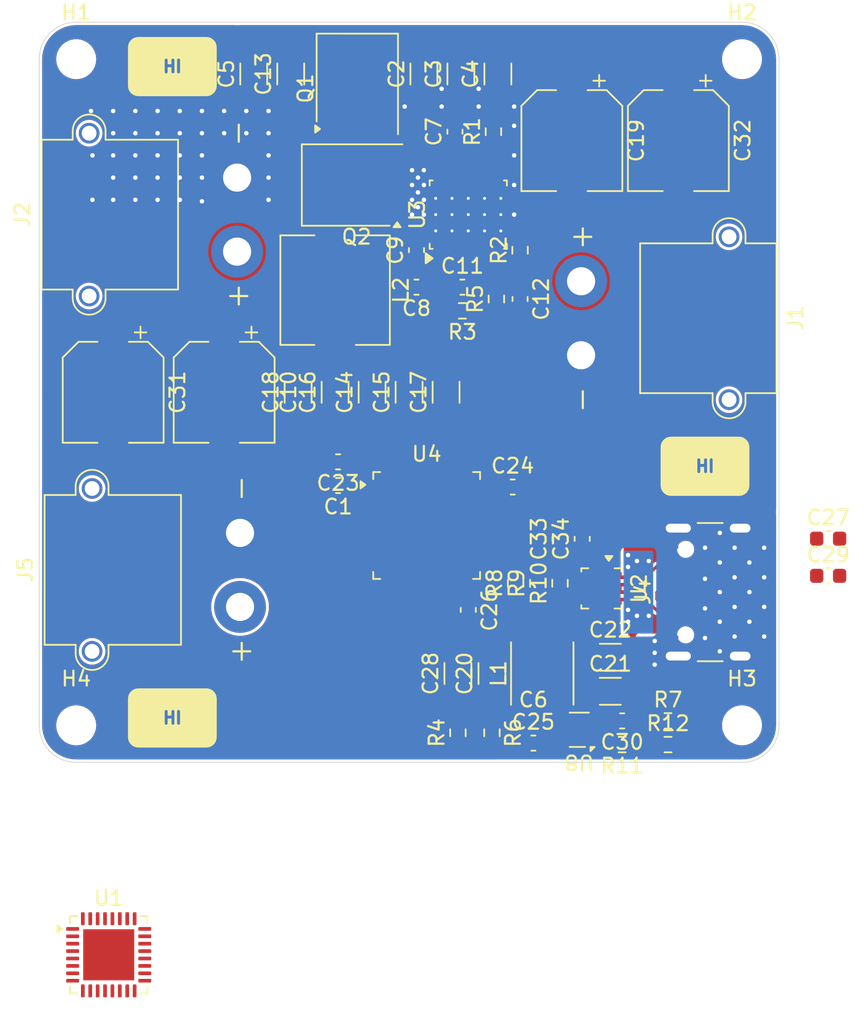
<source format=kicad_pcb>
(kicad_pcb (version 20241229) (generator "pcbnew") (generator_version "9.0")
  (layers (0 "F.Cu" signal) (2 "B.Cu" signal) (13 "F.Paste" user) (15 "B.Paste" user) (5 "F.SilkS" user "F.Silkscreen") (7 "B.SilkS" user "B.Silkscreen") (1 "F.Mask" user) (3 "B.Mask" user) (25 "Edge.Cuts" user))
  (net 0 "")
  (net 1 "GND")
  (net 2 "Net-(J4-CC2)")
  (net 3 "Net-(J4-CC1)")
  (net 4 "Net-(U2-SDA)")
  (net 5 "Net-(U2-SCL)")
  (net 6 "Net-(U2-INT_N)")
  (net 13 "Net-(U8-SW)")
  (net 14 "Net-(U8-BST)")
  (net 15 "VDC")
  (net 16 "Net-(U8-SS)")
  (net 17 "Net-(U8-FB)")
  (net 18 "Net-(U8-EN)")
  (net 19 "Net-(U8-RT)")
  (net 24 "Net-(J4-D+-PadA6)")
  (net 25 "Net-(J4-D--PadA7)")
  (net 29 "Net-(Q2-D)")
  (net 30 "Net-(Q1-G)")
  (net 31 "Net-(Q2-G)")
  (net 32 "Net-(U3-ILIM)")
  (net 34 "Net-(U3-BST)")
  (net 52 "Net-(U1-VDDA)")
  (net 81 "Net-(U3-VCC)")
  (net 82 "Net-(U3-FB)")
  (net 83 "Net-(U3-SS)")
  (net 84 "Net-(U3-RON)")
  (net 85 "+5V")
  (net 86 "VBUS")
  (net 87 "+3.3V")
  (footprint "Package_DFN_QFN:QFN-48-1EP_7x7mm_P0.5mm_EP5.6x5.6mm" (layer "F.Cu") (at 136.1875 104)
    (property "Reference" "U4")
    (property "Value" "STM32G431CBUx")
  )
  (footprint "Capacitor_SMD:CP_Elec_6.3x5.9" (layer "F.Cu") (at 153.2 78 -90)
    (property "Reference" "C32")
    (property "Value" "47uF")
  )
  (footprint "Resistor_SMD:R_0603_1608Metric" (layer "F.Cu") (at 138.6 89.5 180)
    (property "Reference" "R3")
    (property "Value" "59K")
  )
  (footprint "Resistor_SMD:R_0603_1608Metric" (layer "F.Cu") (at 149.400001 118.799999 180)
    (property "Reference" "R11")
    (property "Value" "1K")
  )
  (footprint "Package_DFN_QFN:PQFN-8-EP_6x5mm_P1.27mm_Generic" (layer "F.Cu") (at 131.5 74.475 90)
    (property "Reference" "Q1")
    (property "Value" "NMOS-8PINS")
  )
  (footprint "MountingHole:MountingHole_2.2mm_M2" (layer "F.Cu") (at 157.5 117.5)
    (property "Reference" "H3")
    (property "Value" "MountingHole")
  )
  (footprint "Capacitor_SMD:C_0603_1608Metric" (layer "F.Cu") (at 138.1 77.4 90)
    (property "Reference" "C7")
    (property "Value" "470nF")
  )
  (footprint "Capacitor_SMD:C_0603_1608Metric" (layer "F.Cu") (at 138.6 87.9)
    (property "Reference" "C11")
    (property "Value" "100nF")
  )
  (footprint "Package_DFN_QFN:WQFN-14-1EP_2.5x2.5mm_P0.5mm_EP1.45x1.45mm" (layer "F.Cu") (at 148 108.25 -90)
    (property "Reference" "U2")
    (property "Value" "FUSB302BMPX")
  )
  (footprint "Resistor_SMD:R_0603_1608Metric" (layer "F.Cu") (at 142.5 85.4 90)
    (property "Reference" "R2")
    (property "Value" "59K")
  )
  (footprint "Capacitor_SMD:C_1206_3216Metric" (layer "F.Cu") (at 127.5 95 90)
    (property "Reference" "C18")
    (property "Value" "10uF")
  )
  (footprint "Inductor_SMD:L_7.3x7.3_H4.5" (layer "F.Cu") (at 130 88.1 -90)
    (property "Reference" "L2")
    (property "Value" "L")
  )
  (footprint "Capacitor_SMD:C_0603_1608Metric" (layer "F.Cu") (at 163.325 107.4)
    (property "Reference" "C29")
    (property "Value" "100nF")
  )
  (footprint "Capacitor_SMD:C_0603_1608Metric" (layer "F.Cu") (at 130.2 99.7 180)
    (property "Reference" "C23")
    (property "Value" "100nF")
  )
  (footprint "Capacitor_SMD:C_0603_1608Metric" (layer "F.Cu") (at 135.5 85.4 90)
    (property "Reference" "C9")
    (property "Value" "1uF")
  )
  (footprint "Resistor_SMD:R_0603_1608Metric" (layer "F.Cu") (at 140.7 77.4 90)
    (property "Reference" "R1")
    (property "Value" "383R")
  )
  (footprint "Capacitor_SMD:C_0603_1608Metric" (layer "F.Cu") (at 130.2 101.3 180)
    (property "Reference" "C1")
    (property "Value" "100nF")
  )
  (footprint "Resistor_SMD:R_0603_1608Metric" (layer "F.Cu") (at 152.500001 118.799999)
    (property "Reference" "R12")
    (property "Value" "10K")
  )
  (footprint "Capacitor_SMD:C_0603_1608Metric" (layer "F.Cu") (at 142 101.4)
    (property "Reference" "C24")
    (property "Value" "100nF")
  )
  (footprint "Package_SO:Texas_HTSSOP-14-1EP_4.4x5mm_P0.65mm_EP3.4x5mm_Mask3.155x3.255mm_ThermalVias" (layer "F.Cu") (at 139 83 90)
    (property "Reference" "U3")
    (property "Value" "LM3150MH")
  )
  (footprint "Capacitor_SMD:C_0603_1608Metric" (layer "F.Cu") (at 142.5 88.7 -90)
    (property "Reference" "C12")
    (property "Value" "1uF")
  )
  (footprint "Connector_AMASS:AMASS_XT30PW-M_1x02_P2.50mm_Horizontal" (layer "F.Cu") (at 146.625001 92.500001 -90)
    (property "Reference" "J1")
    (property "Value" "Conn_01x02")
  )
  (footprint "Capacitor_SMD:C_1206_3216Metric" (layer "F.Cu") (at 132.5 94.999999 90)
    (property "Reference" "C14")
    (property "Value" "10uF")
  )
  (footprint "Resistor_SMD:R_0603_1608Metric" (layer "F.Cu") (at 142.2 107.899999 90)
    (property "Reference" "R8")
    (property "Value" "1K")
  )
  (footprint "Package_DFN_QFN:PQFN-8-EP_6x5mm_P1.27mm_Generic" (layer "F.Cu") (at 131.450001 81 180)
    (property "Reference" "Q2")
    (property "Value" "NMOS-8PINS")
  )
  (footprint "MountingHole:MountingHole_2.2mm_M2" (layer "F.Cu") (at 112.5 117.5)
    (property "Reference" "H4")
    (property "Value" "MountingHole")
  )
  (footprint "Capacitor_SMD:C_0603_1608Metric" (layer "F.Cu") (at 163.325 104.89)
    (property "Reference" "C27")
    (property "Value" "100nF")
  )
  (footprint "Capacitor_SMD:C_1206_3216Metric" (layer "F.Cu") (at 141 73.500003 90)
    (property "Reference" "C4")
    (property "Value" "10uF")
  )
  (footprint "Capacitor_SMD:C_1206_3216Metric" (layer "F.Cu") (at 124.5 73.5 90)
    (property "Reference" "C5")
    (property "Value" "10uF")
  )
  (footprint "Capacitor_SMD:C_0603_1608Metric" (layer "F.Cu") (at 145.2 104.9 90)
    (property "Reference" "C33")
    (property "Value" "100nF")
  )
  (footprint "Capacitor_SMD:C_1206_3216Metric" (layer "F.Cu") (at 135 94.999999 90)
    (property "Reference" "C15")
    (property "Value" "10uF")
  )
  (footprint "Resistor_SMD:R_0603_1608Metric" (layer "F.Cu") (at 138.3 117.999998 90)
    (property "Reference" "R4")
    (property "Value" "115K")
  )
  (footprint "MountingHole:MountingHole_2.2mm_M2" (layer "F.Cu") (at 157.5 72.5)
    (property "Reference" "H2")
    (property "Value" "MountingHole")
  )
  (footprint "Capacitor_SMD:C_0603_1608Metric" (layer "F.Cu") (at 135.5 87.9 180)
    (property "Reference" "C8")
    (property "Value" "100nF")
  )
  (footprint "Capacitor_SMD:C_1206_3216Metric" (layer "F.Cu") (at 130 95 90)
    (property "Reference" "C16")
    (property "Value" "10uF")
  )
  (footprint "Capacitor_SMD:C_0603_1608Metric" (layer "F.Cu") (at 139 109.7 -90)
    (property "Reference" "C26")
    (property "Value" "100nF")
  )
  (footprint "Capacitor_SMD:C_1206_3216Metric" (layer "F.Cu") (at 138.300003 113.999997 90)
    (property "Reference" "C28")
    (property "Value" "22uF")
  )
  (footprint "Capacitor_SMD:CP_Elec_6.3x5.9" (layer "F.Cu") (at 115 95 -90)
    (property "Reference" "C31")
    (property "Value" "47uF")
  )
  (footprint "Capacitor_SMD:CP_Elec_6.3x5.9" (layer "F.Cu") (at 122.5 95 -90)
    (property "Reference" "C10")
    (property "Value" "47uF")
  )
  (footprint "Connector_USB:USB_C_Receptacle_GCT_USB4105-xx-A_16P_TopMnt_Horizontal" (layer "F.Cu") (at 156.3 108.5 90)
    (property "Reference" "J4")
    (property "Value" "USB_C_Receptacle_USB2.0_16P")
  )
  (footprint "Capacitor_SMD:C_0603_1608Metric" (layer "F.Cu") (at 146.7 104.9 90)
    (property "Reference" "C34")
    (property "Value" "100nF")
  )
  (footprint "Capacitor_SMD:C_1206_3216Metric" (layer "F.Cu") (at 148.600001 115.199999)
    (property "Reference" "C21")
    (property "Value" "10uF")
  )
  (footprint "Capacitor_SMD:C_1206_3216Metric" (layer "F.Cu") (at 137.5 95 90)
    (property "Reference" "C17")
    (property "Value" "10uF")
  )
  (footprint "Resistor_SMD:R_0603_1608Metric" (layer "F.Cu") (at 140.600001 117.999999 -90)
    (property "Reference" "R6")
    (property "Value" "10K")
  )
  (footprint "Resistor_SMD:R_0603_1608Metric" (layer "F.Cu") (at 152.500001 117.199999)
    (property "Reference" "R7")
    (property "Value" "10K")
  )
  (footprint "Resistor_SMD:R_0603_1608Metric" (layer "F.Cu") (at 145.2 107.9 90)
    (property "Reference" "R10")
    (property "Value" "1K")
  )
  (footprint "Capacitor_SMD:C_1206_3216Metric" (layer "F.Cu") (at 148.6 112.9)
    (property "Reference" "C22")
    (property "Value" "10uF")
  )
  (footprint "Resistor_SMD:R_0603_1608Metric" (layer "F.Cu") (at 143.7 107.9 90)
    (property "Reference" "R9")
    (property "Value" "1K")
  )
  (footprint "Connector_AMASS:AMASS_XT30PW-M_1x02_P2.50mm_Horizontal" (layer "F.Cu") (at 123.575 104.499999 90)
    (property "Reference" "J5")
    (property "Value" "Conn_01x02")
  )
  (footprint "MountingHole:MountingHole_2.2mm_M2" (layer "F.Cu") (at 112.5 72.5)
    (property "Reference" "H1")
    (property "Value" "MountingHole")
  )
  (footprint "Package_DFN_QFN:QFN-32-1EP_5x5mm_P0.5mm_EP3.45x3.45mm" (layer "F.Cu") (at 114.7 133)
    (property "Reference" "U1")
    (property "Value" "STM32G431KBUx")
  )
  (footprint "Capacitor_SMD:C_0603_1608Metric" (layer "F.Cu") (at 143.399998 117.200001)
    (property "Reference" "C6")
    (property "Value" "100nF")
  )
  (footprint "Capacitor_SMD:C_1206_3216Metric" (layer "F.Cu") (at 127 73.5 90)
    (property "Reference" "C13")
    (property "Value" "10uF")
  )
  (footprint "Capacitor_SMD:C_0603_1608Metric" (layer "F.Cu") (at 143.400001 118.700003)
    (property "Reference" "C25")
    (property "Value" "33nF")
  )
  (footprint "Capacitor_SMD:C_0603_1608Metric" (layer "F.Cu") (at 149.4 117.200001 180)
    (property "Reference" "C30")
    (property "Value" "100nF")
  )
  (footprint "Capacitor_SMD:C_1206_3216Metric" (layer "F.Cu") (at 138.5 73.5 90)
    (property "Reference" "C3")
    (property "Value" "10uF")
  )
  (footprint "Package_TO_SOT_SMD:SOT-583-8" (layer "F.Cu") (at 146.5 117.8 180)
    (property "Reference" "U8")
    (property "Value" "TPS62933")
  )
  (footprint "Capacitor_SMD:CP_Elec_6.3x5.9" (layer "F.Cu") (at 146 78 -90)
    (property "Reference" "C19")
    (property "Value" "47uF")
  )
  (footprint "Capacitor_SMD:C_1206_3216Metric" (layer "F.Cu") (at 140.6 114 90)
    (property "Reference" "C20")
    (property "Value" "22uF")
  )
  (footprint "Connector_AMASS:AMASS_XT30PW-M_1x02_P2.50mm_Horizontal" (layer "F.Cu") (at 123.375 80.5 90)
    (property "Reference" "J2")
    (property "Value" "Conn_01x02")
  )
  (footprint "Inductor_SMD:L_APV_ANR4020" (layer "F.Cu") (at 144 114 90)
    (property "Reference" "L1")
    (property "Value" "12uH")
  )
  (footprint "Resistor_SMD:R_0603_1608Metric" (layer "F.Cu") (at 140.9 88.7 90)
    (property "Reference" "R5")
    (property "Value" "59K")
  )
  (footprint "Capacitor_SMD:C_1206_3216Metric" (layer "F.Cu") (at 136 73.5 90)
    (property "Reference" "C2")
    (property "Value" "10uF")
  )
  (gr_line (start 112.5 70) (end 157.5 70) (stroke (width 0.05)) (layer "Edge.Cuts"))
  (gr_arc (start 157.5 70) (mid 159.267767 70.732233) (end 160 72.5) (stroke (width 0.05)) (layer "Edge.Cuts"))
  (gr_arc (start 110 72.5) (mid 110.732233 70.732233) (end 112.5 70) (stroke (width 0.05)) (layer "Edge.Cuts"))
  (gr_line (start 110 117.5) (end 110 72.5) (stroke (width 0.05)) (layer "Edge.Cuts"))
  (gr_line (start 157.5 120) (end 112.5 120) (stroke (width 0.05)) (layer "Edge.Cuts"))
  (gr_arc (start 160 117.5) (mid 159.267767 119.267767) (end 157.5 120) (stroke (width 0.05)) (layer "Edge.Cuts"))
  (gr_arc (start 112.5 120) (mid 110.732233 119.267767) (end 110 117.5) (stroke (width 0.05)) (layer "Edge.Cuts"))
  (gr_line (start 160 72.5) (end 160 117.5) (stroke (width 0.05)) (layer "Edge.Cuts"))
  (gr_text "HI" (at 155 100 0) (layer "F.SilkS" knockout) (effects (font (size 0.8 0.8) (thickness 0.2) (bold yes))))
  (gr_text "HI" (at 119 117 0) (layer "F.SilkS" knockout) (effects (font (size 0.8 0.8) (thickness 0.2) (bold yes))))
  (gr_text "HI" (at 119 73 0) (layer "F.SilkS" knockout) (effects (font (size 0.8 0.8) (thickness 0.2) (bold yes))))
  (segment (start 149.262501 108) (end 149.262501 108.500001) (width 0.2) (layer "F.Cu") (net 0))
  (via (at 151.6 111.8) (size 0.6) (drill 0.3) (layers "F.Cu" "B.Cu") (net 1))
  (via (at 118 79) (size 0.6) (drill 0.3) (layers "F.Cu" "B.Cu") (net 1))
  (via (at 142.1 83) (size 0.6) (drill 0.3) (layers "F.Cu" "B.Cu") (net 1))
  (via (at 113.6 82) (size 0.6) (drill 0.3) (layers "F.Cu" "B.Cu") (net 1))
  (via (at 157 105.5) (size 0.6) (drill 0.3) (layers "F.Cu" "B.Cu") (net 1))
  (via (at 137.2 74.5) (size 0.6) (drill 0.3) (layers "F.Cu" "B.Cu") (net 1))
  (via (at 156 112.5) (size 0.6) (drill 0.3) (layers "F.Cu" "B.Cu") (net 1))
  (via (at 115 76) (size 0.6) (drill 0.3) (layers "F.Cu" "B.Cu") (net 1))
  (via (at 158 110.5) (size 0.6) (drill 0.3) (layers "F.Cu" "B.Cu") (net 1))
  (via (at 159 111.5) (size 0.6) (drill 0.3) (layers "F.Cu" "B.Cu") (net 1))
  (via (at 142.1 77) (size 0.6) (drill 0.3) (layers "F.Cu" "B.Cu") (net 1))
  (via (at 115 79) (size 0.6) (drill 0.3) (layers "F.Cu" "B.Cu") (net 1))
  (via (at 116.5 79) (size 0.6) (drill 0.3) (layers "F.Cu" "B.Cu") (net 1))
  (via (at 142.1 81) (size 0.6) (drill 0.3) (layers "F.Cu" "B.Cu") (net 1))
  (via (at 125.5 82) (size 0.6) (drill 0.3) (layers "F.Cu" "B.Cu") (net 1))
  (via (at 116.5 77.5) (size 0.6) (drill 0.3) (layers "F.Cu" "B.Cu") (net 1))
  (via (at 155 109.6) (size 0.6) (drill 0.3) (layers "F.Cu" "B.Cu") (net 1))
  (via (at 113.5 76) (size 0.6) (drill 0.3) (layers "F.Cu" "B.Cu") (net 1))
  (via (at 125.5 76) (size 0.6) (drill 0.3) (layers "F.Cu" "B.Cu") (net 1))
  (via (at 119.5 79) (size 0.6) (drill 0.3) (layers "F.Cu" "B.Cu") (net 1))
  (via (at 121 80.5) (size 0.6) (drill 0.3) (layers "F.Cu" "B.Cu") (net 1))
  (via (at 119.5 82) (size 0.6) (drill 0.3) (layers "F.Cu" "B.Cu") (net 1))
  (via (at 116.5 82) (size 0.6) (drill 0.3) (layers "F.Cu" "B.Cu") (net 1))
  (via (at 121 82.1) (size 0.6) (drill 0.3) (layers "F.Cu" "B.Cu") (net 1))
  (via (at 159 105.5) (size 0.6) (drill 0.3) (layers "F.Cu" "B.Cu") (net 1))
  (via (at 135.2 80) (size 0.6) (drill 0.3) (layers "F.Cu" "B.Cu") (net 1))
  (via (at 135.6 82.5) (size 0.6) (drill 0.3) (layers "F.Cu" "B.Cu") (net 1))
  (via (at 134.7 75.7) (size 0.6) (drill 0.3) (layers "F.Cu" "B.Cu") (net 1))
  (via (at 125.5 77.5) (size 0.6) (drill 0.3) (layers "F.Cu" "B.Cu") (net 1))
  (via (at 139.7 75.7) (size 0.6) (drill 0.3) (layers "F.Cu" "B.Cu") (net 1))
  (via (at 115 80.5) (size 0.6) (drill 0.3) (layers "F.Cu" "B.Cu") (net 1))
  (via (at 159 107.5) (size 0.6) (drill 0.3) (layers "F.Cu" "B.Cu") (net 1))
  (via (at 118 77.5) (size 0.6) (drill 0.3) (layers "F.Cu" "B.Cu") (net 1))
  (via (at 119.5 76) (size 0.6) (drill 0.3) (layers "F.Cu" "B.Cu") (net 1))
  (via (at 125.5 79) (size 0.6) (drill 0.3) (layers "F.Cu" "B.Cu") (net 1))
  (via (at 151.6 113.4) (size 0.6) (drill 0.3) (layers "F.Cu" "B.Cu") (net 1))
  (via (at 155 105.5) (size 0.6) (drill 0.3) (layers "F.Cu" "B.Cu") (net 1))
  (via (at 118 76) (size 0.6) (drill 0.3) (layers "F.Cu" "B.Cu") (net 1))
  (via (at 157 109.5) (size 0.6) (drill 0.3) (layers "F.Cu" "B.Cu") (net 1))
  (via (at 118 80.5) (size 0.6) (drill 0.3) (layers "F.Cu" "B.Cu") (net 1))
  (via (at 136 83) (size 0.6) (drill 0.3) (layers "F.Cu" "B.Cu") (net 1))
  (via (at 157 107.5) (size 0.6) (drill 0.3) (layers "F.Cu" "B.Cu") (net 1))
  (via (at 119.5 77.5) (size 0.6) (drill 0.3) (layers "F.Cu" "B.Cu") (net 1))
  (via (at 142.1 79) (size 0.6) (drill 0.3) (layers "F.Cu" "B.Cu") (net 1))
  (via (at 136 82) (size 0.6) (drill 0.3) (layers "F.Cu" "B.Cu") (net 1))
  (via (at 122.5 77.5) (size 0.6) (drill 0.3) (layers "F.Cu" "B.Cu") (net 1))
  (via (at 158 108.5) (size 0.6) (drill 0.3) (layers "F.Cu" "B.Cu") (net 1))
  (via (at 113.6 79) (size 0.6) (drill 0.3) (layers "F.Cu" "B.Cu") (net 1))
  (via (at 159 109.5) (size 0.6) (drill 0.3) (layers "F.Cu" "B.Cu") (net 1))
  (via (at 125.5 80.5) (size 0.6) (drill 0.3) (layers "F.Cu" "B.Cu") (net 1))
  (via (at 156 104.5) (size 0.6) (drill 0.3) (layers "F.Cu" "B.Cu") (net 1))
  (via (at 158 106.5) (size 0.6) (drill 0.3) (layers "F.Cu" "B.Cu") (net 1))
  (via (at 118 82) (size 0.6) (drill 0.3) (layers "F.Cu" "B.Cu") (net 1))
  (via (at 124 77.5) (size 0.6) (drill 0.3) (layers "F.Cu" "B.Cu") (net 1))
  (via (at 136 80) (size 0.6) (drill 0.3) (layers "F.Cu" "B.Cu") (net 1))
  (via (at 121 77.5) (size 0.6) (drill 0.3) (layers "F.Cu" "B.Cu") (net 1))
  (via (at 135.2 81) (size 0.6) (drill 0.3) (layers "F.Cu" "B.Cu") (net 1))
  (via (at 135.6 80.5) (size 0.6) (drill 0.3) (layers "F.Cu" "B.Cu") (net 1))
  (via (at 122.5 76) (size 0.6) (drill 0.3) (layers "F.Cu" "B.Cu") (net 1))
  (via (at 142.1 75.7) (size 0.6) (drill 0.3) (layers "F.Cu" "B.Cu") (net 1))
  (via (at 135.6 81.5) (size 0.6) (drill 0.3) (layers "F.Cu" "B.Cu") (net 1))
  (via (at 136 81) (size 0.6) (drill 0.3) (layers "F.Cu" "B.Cu") (net 1))
  (via (at 119.5 80.5) (size 0.6) (drill 0.3) (layers "F.Cu" "B.Cu") (net 1))
  (via (at 116.5 80.5) (size 0.6) (drill 0.3) (layers "F.Cu" "B.Cu") (net 1))
  (via (at 115 77.5) (size 0.6) (drill 0.3) (layers "F.Cu" "B.Cu") (net 1))
  (via (at 151.6 112.6) (size 0.6) (drill 0.3) (layers "F.Cu" "B.Cu") (net 1))
  (via (at 135.2 83) (size 0.6) (drill 0.3) (layers "F.Cu" "B.Cu") (net 1))
  (via (at 121 76) (size 0.6) (drill 0.3) (layers "F.Cu" "B.Cu") (net 1))
  (via (at 139.7 74.5) (size 0.6) (drill 0.3) (layers "F.Cu" "B.Cu") (net 1))
  (via (at 115 82) (size 0.6) (drill 0.3) (layers "F.Cu" "B.Cu") (net 1))
  (via (at 156 110.5) (size 0.6) (drill 0.3) (layers "F.Cu" "B.Cu") (net 1))
  (via (at 157 111.5) (size 0.6) (drill 0.3) (layers "F.Cu" "B.Cu") (net 1))
  (via (at 155 107.6) (size 0.6) (drill 0.3) (layers "F.Cu" "B.Cu") (net 1))
  (via (at 156 108.5) (size 0.6) (drill 0.3) (layers "F.Cu" "B.Cu") (net 1))
  (via (at 156 106.5) (size 0.6) (drill 0.3) (layers "F.Cu" "B.Cu") (net 1))
  (via (at 135.2 82) (size 0.6) (drill 0.3) (layers "F.Cu" "B.Cu") (net 1))
  (via (at 121 79) (size 0.6) (drill 0.3) (layers "F.Cu" "B.Cu") (net 1))
  (via (at 116.5 76) (size 0.6) (drill 0.3) (layers "F.Cu" "B.Cu") (net 1))
  (via (at 124 76) (size 0.6) (drill 0.3) (layers "F.Cu" "B.Cu") (net 1))
  (via (at 155 111.6) (size 0.6) (drill 0.3) (layers "F.Cu" "B.Cu") (net 1))
  (via (at 137.2 75.7) (size 0.6) (drill 0.3) (layers "F.Cu" "B.Cu") (net 1))
  (segment (start 149.0375 106.9875) (end 149.2625 107.2125) (width 0.2) (layer "F.Cu") (net 2))
  (segment (start 151.75 106.75) (end 152.620002 106.75) (width 0.2) (layer "F.Cu") (net 2))
  (segment (start 149.2625 107.5) (end 151 107.5) (width 0.2) (layer "F.Cu") (net 2))
  (segment (start 148.5 106.9875) (end 149.0375 106.9875) (width 0.2) (layer "F.Cu") (net 2))
  (segment (start 149.2625 107.2125) (end 149.2625 107.5) (width 0.2) (layer "F.Cu") (net 2))
  (segment (start 151 107.5) (end 151.75 106.75) (width 0.2) (layer "F.Cu") (net 2))
  (segment (start 151 109) (end 151.750001 109.750001) (width 0.2) (layer "F.Cu") (net 3))
  (segment (start 149.2625 109.2875) (end 149.2625 109) (width 0.2) (layer "F.Cu") (net 3))
  (segment (start 149.0375 109.5125) (end 149.2625 109.2875) (width 0.2) (layer "F.Cu") (net 3))
  (segment (start 151.750001 109.750001) (end 152.620003 109.750001) (width 0.2) (layer "F.Cu") (net 3))
  (segment (start 148.5 109.5125) (end 149.0375 109.5125) (width 0.2) (layer "F.Cu") (net 3))
  (segment (start 149.2625 109) (end 151 109) (width 0.2) (layer "F.Cu") (net 3))
  (segment (start 144.524998 117.550004) (end 144.174998 117.199998) (width 0.2) (layer "F.Cu") (net 14))
  (segment (start 145.760002 117.549998) (end 144.524998 117.550004) (width 0.2) (layer "F.Cu") (net 14))
  (segment (start 150.075 111.325) (end 150.075 112.9) (width 0.5) (layer "F.Cu") (net 15))
  (segment (start 152.899999 115.199999) (end 150.075001 115.199999) (width 0.2) (layer "F.Cu") (net 15))
  (segment (start 137.700001 86.799999) (end 137.700001 85.862499) (width 0.3) (layer "F.Cu") (net 15))
  (segment (start 136.5 87) (end 137.5 87) (width 0.3) (layer "F.Cu") (net 15))
  (segment (start 137.5 87) (end 137.700001 86.799999) (width 0.3) (layer "F.Cu") (net 15))
  (segment (start 153.325001 117.199999) (end 153.325001 115.625001) (width 0.2) (layer "F.Cu") (net 15))
  (segment (start 142.5 84.575) (end 143.775 84.575) (width 0.2) (layer "F.Cu") (net 15))
  (segment (start 136.275001 87.9) (end 136.275001 87.224999) (width 0.3) (layer "F.Cu") (net 15))
  (segment (start 153.325001 115.625001) (end 152.899999 115.199999) (width 0.2) (layer "F.Cu") (net 15))
  (segment (start 136.275001 87.224999) (end 136.5 87) (width 0.3) (layer "F.Cu") (net 15))
  (segment (start 150.499998 110.900002) (end 150.075 111.325) (width 0.5) (layer "F.Cu") (net 15))
  (segment (start 152.62 110.900002) (end 150.499998 110.900002) (width 0.5) (layer "F.Cu") (net 15))
  (via (at 151.2 106.4) (size 0.6) (drill 0.3) (layers "F.Cu" "B.Cu") (net 15))
  (via (at 151.2 110.1) (size 0.6) (drill 0.3) (layers "F.Cu" "B.Cu") (net 15))
  (via (at 149.8 106.8) (size 0.6) (drill 0.3) (layers "F.Cu" "B.Cu") (net 15))
  (via (at 150.4 106.4) (size 0.6) (drill 0.3) (layers "F.Cu" "B.Cu") (net 15))
  (via (at 149.8 110.5) (size 0.6) (drill 0.3) (layers "F.Cu" "B.Cu") (net 15))
  (via (at 149.8 109.7) (size 0.6) (drill 0.3) (layers "F.Cu" "B.Cu") (net 15))
  (via (at 150.4 110.1) (size 0.6) (drill 0.3) (layers "F.Cu" "B.Cu") (net 15))
  (via (at 149.8 106) (size 0.6) (drill 0.3) (layers "F.Cu" "B.Cu") (net 15))
  (segment (start 144.824999 118.050002) (end 144.175001 118.700001) (width 0.2) (layer "F.Cu") (net 16))
  (segment (start 145.760001 118.050001) (end 144.824999 118.050002) (width 0.2) (layer "F.Cu") (net 16))
  (segment (start 141.274997 119.5) (end 140.6 118.825003) (width 0.2) (layer "F.Cu") (net 17))
  (segment (start 145.759996 118.550003) (end 144.809999 119.5) (width 0.2) (layer "F.Cu") (net 17))
  (segment (start 144.809999 119.5) (end 141.274997 119.5) (width 0.2) (layer "F.Cu") (net 17))
  (segment (start 140.6 118.825003) (end 138.299999 118.824998) (width 0.2) (layer "F.Cu") (net 17))
  (segment (start 150.851001 118.023999) (end 151.675001 117.199999) (width 0.2) (layer "F.Cu") (net 18))
  (segment (start 150.851001 118.023999) (end 151.627001 118.799999) (width 0.2) (layer "F.Cu") (net 18))
  (segment (start 147.266 118.023999) (end 150.851001 118.023999) (width 0.2) (layer "F.Cu") (net 18))
  (segment (start 151.627001 118.799999) (end 151.675001 118.799999) (width 0.2) (layer "F.Cu") (net 18))
  (segment (start 147.24 118.049999) (end 147.266 118.023999) (width 0.2) (layer "F.Cu") (net 18))
  (segment (start 147.75 118.55) (end 147.240002 118.55) (width 0.2) (layer "F.Cu") (net 19))
  (segment (start 147.999999 118.799999) (end 147.75 118.55) (width 0.2) (layer "F.Cu") (net 19))
  (segment (start 148.575001 118.799999) (end 147.999999 118.799999) (width 0.2) (layer "F.Cu") (net 19))
  (segment (start 153.228821 108.750002) (end 152.62 108.750002) (width 0.2) (layer "F.Cu") (net 24))
  (segment (start 153.228822 107.750001) (end 153.495998 108.017177) (width 0.2) (layer "F.Cu") (net 24))
  (segment (start 153.495998 108.017177) (end 153.495998 108.482825) (width 0.2) (layer "F.Cu") (net 24))
  (segment (start 152.62 107.750001) (end 153.228822 107.750001) (width 0.2) (layer "F.Cu") (net 24))
  (segment (start 153.495998 108.482825) (end 153.228821 108.750002) (width 0.2) (layer "F.Cu") (net 24))
  (segment (start 152.011177 108.250001) (end 151.744 108.517178) (width 0.2) (layer "F.Cu") (net 25))
  (segment (start 152.619998 108.250001) (end 152.011177 108.250001) (width 0.2) (layer "F.Cu") (net 25))
  (segment (start 151.744 108.517178) (end 151.744 108.982826) (width 0.2) (layer "F.Cu") (net 25))
  (segment (start 152.011174 109.25) (end 152.62 109.25) (width 0.2) (layer "F.Cu") (net 25))
  (segment (start 151.744 108.982826) (end 152.011174 109.25) (width 0.2) (layer "F.Cu") (net 25))
  (segment (start 139.800002 76.3) (end 140.4 76.3) (width 0.2) (layer "F.Cu") (net 29))
  (segment (start 138.424999 76.3) (end 139.5 76.3) (width 0.2) (layer "F.Cu") (net 29))
  (segment (start 138.1 76.624999) (end 138.424999 76.3) (width 0.2) (layer "F.Cu") (net 29))
  (segment (start 139.5 76.3) (end 139.650001 76.450001) (width 0.2) (layer "F.Cu") (net 29))
  (segment (start 139.650001 76.450001) (end 139.800002 76.3) (width 0.2) (layer "F.Cu") (net 29))
  (segment (start 139.650001 76.450001) (end 139.650001 80.137496) (width 0.2) (layer "F.Cu") (net 29))
  (segment (start 132.6 76.3) (end 137.775001 76.3) (width 0.2) (layer "F.Cu") (net 29))
  (segment (start 137.775001 76.3) (end 138.1 76.624999) (width 0.2) (layer "F.Cu") (net 29))
  (segment (start 139.000001 80.137502) (end 139.000001 77.600002) (width 0.2) (layer "F.Cu") (net 30))
  (segment (start 138.799999 77.4) (end 133.604999 77.4) (width 0.2) (layer "F.Cu") (net 30))
  (segment (start 133.604999 77.4) (end 133.405 77.200001) (width 0.2) (layer "F.Cu") (net 30))
  (segment (start 139.000001 77.600002) (end 138.799999 77.4) (width 0.2) (layer "F.Cu") (net 30))
  (segment (start 137.700001 79.100001) (end 137.5 78.9) (width 0.2) (layer "F.Cu") (net 31))
  (segment (start 134.370002 78.9) (end 134.175002 79.095) (width 0.2) (layer "F.Cu") (net 31))
  (segment (start 137.700001 80.137499) (end 137.700001 79.100001) (width 0.2) (layer "F.Cu") (net 31))
  (segment (start 137.5 78.9) (end 134.370002 78.9) (width 0.2) (layer "F.Cu") (net 31))
  (segment (start 140.7 78.225) (end 140.95 78.475) (width 0.2) (layer "F.Cu") (net 32))
  (segment (start 140.95 78.475) (end 140.95 80.1375) (width 0.2) (layer "F.Cu") (net 32))
  (segment (start 138.1 78.075001) (end 138.350002 78.325003) (width 0.2) (layer "F.Cu") (net 34))
  (segment (start 138.350002 78.325003) (end 138.350002 80.1375) (width 0.2) (layer "F.Cu") (net 34))
  (segment (start 136.224999 86.175001) (end 135.5 86.175001) (width 0.3) (layer "F.Cu") (net 81))
  (segment (start 136.5375 85.8625) (end 136.224999 86.175001) (width 0.3) (layer "F.Cu") (net 81))
  (segment (start 137.05 85.8625) (end 136.5375 85.8625) (width 0.3) (layer "F.Cu") (net 81))
  (segment (start 139.425 89.5) (end 139.425 87.949999) (width 0.2) (layer "F.Cu") (net 82))
  (segment (start 139.375001 87.175001) (end 139.375001 87.9) (width 0.2) (layer "F.Cu") (net 82))
  (segment (start 139.425 87.949999) (end 139.375001 87.9) (width 0.2) (layer "F.Cu") (net 82))
  (segment (start 138.999999 85.862498) (end 138.999999 86.799999) (width 0.2) (layer "F.Cu") (net 82))
  (segment (start 140.9 87.875) (end 139.400001 87.875) (width 0.2) (layer "F.Cu") (net 82))
  (segment (start 139.400001 87.875) (end 139.375001 87.9) (width 0.2) (layer "F.Cu") (net 82))
  (segment (start 138.999999 86.799999) (end 139.375001 87.175001) (width 0.2) (layer "F.Cu") (net 82))
  (segment (start 142.300001 87.1) (end 142.5 87.299999) (width 0.2) (layer "F.Cu") (net 83))
  (segment (start 142.5 87.299999) (end 142.5 87.924999) (width 0.2) (layer "F.Cu") (net 83))
  (segment (start 140.5 87.1) (end 142.300001 87.1) (width 0.2) (layer "F.Cu") (net 83))
  (segment (start 140.299999 85.862501) (end 140.299997 86.899998) (width 0.2) (layer "F.Cu") (net 83))
  (segment (start 140.299997 86.899998) (end 140.5 87.1) (width 0.2) (layer "F.Cu") (net 83))
  (segment (start 142.275 86) (end 141.0875 86) (width 0.2) (layer "F.Cu") (net 84))
  (segment (start 141.0875 86) (end 140.95 85.8625) (width 0.2) (layer "F.Cu") (net 84))
  (segment (start 142.5 86.225) (end 142.275 86) (width 0.2) (layer "F.Cu") (net 84))
  (segment (start 137.824999 87.9) (end 137.824999 89.450001) (width 0.2) (layer "F.Cu") (net 86))
  (segment (start 147.5 106.9875) (end 147.0125 106.9875) (width 0.2) (layer "F.Cu") (net 87))
  (segment (start 132.75 100.75) (end 132.75 101.25) (width 0.2) (layer "F.Cu") (net 87))
  (segment (start 147.0125 106.9875) (end 146.7375 107.2625) (width 0.2) (layer "F.Cu") (net 87))
  (segment (start 146.7375 107.2625) (end 146.7375 107.5) (width 0.2) (layer "F.Cu") (net 87))
  (segment (start 132.9375 100.5625) (end 132.75 100.75) (width 0.2) (layer "F.Cu") (net 87))
  (segment (start 133.4375 100.5625) (end 132.9375 100.5625) (width 0.2) (layer "F.Cu") (net 87))
  (zone (net 15) (net_name "VDC") (layer "F.Cu") (priority 2) (connect_pads yes (clearance 0.2)) (min_thickness 0.2) (fill yes (thermal_gap 0.5) (thermal_bridge_width 0.5))
    (polygon (pts (xy 146.899999 117.399999) (xy 146.899999 117.7) (xy 147.6 117.700002) (xy 148.100001 118.000002) (xy 149.400002 117.999999) (xy 149.399998 116.6) (xy 151 116.399998) (xy 151 111.8) (xy 148.5 111.8) (xy 148.499997 115.799998) (xy 147.599999 117.4)))
  )
  (zone (net 13) (net_name "Net-(U8-SW)") (layer "F.Cu") (priority 1) (connect_pads yes (clearance 0.2)) (min_thickness 0.2) (fill yes (thermal_gap 0.5) (thermal_bridge_width 0.5))
    (polygon (pts (xy 146.199998 117.3) (xy 145.299999 117.300001) (xy 145.200001 116.400001) (xy 143.599997 116.399998) (xy 143.300002 117.799999) (xy 141.900002 117.799999) (xy 141.899999 114.699996) (xy 146.200001 114.700004)))
  )
  (zone (net 15) (net_name "VDC") (layer "F.Cu") (priority 3) (connect_pads yes (clearance 0.2)) (min_thickness 0.2) (fill yes (thermal_gap 0.5) (thermal_bridge_width 0.5))
    (polygon (pts (xy 128.887871 75.8) (xy 128 74) (xy 123.5 74) (xy 123.5 70.2) (xy 159.8 70.2) (xy 159.8 103) (xy 151.8 103) (xy 151.8 105.7) (xy 153.4 105.7) (xy 153.4 111.3) (xy 149.5 111.3) (xy 149.5 100) (xy 153.1 97.8) (xy 153.1 90) (xy 143.5 90) (xy 143.5 76) (xy 142 74) (xy 135 74) (xy 134.2 75.8)))
  )
  (zone (net 86) (net_name "VBUS") (layer "F.Cu") (priority 4) (connect_pads yes (clearance 0.2)) (min_thickness 0.2) (fill yes (thermal_gap 0.5) (thermal_bridge_width 0.5))
    (polygon (pts (xy 133 88.7) (xy 133 87) (xy 126 87) (xy 126 83) (xy 110.2 83) (xy 110.2 95) (xy 138.6 95) (xy 138.6 88.7)))
  )
  (zone (net 29) (net_name "Net-(Q2-D)") (layer "F.Cu") (priority 1) (connect_pads yes (clearance 0.2)) (min_thickness 0.2) (fill yes (thermal_gap 0.5) (thermal_bridge_width 0.5))
    (polygon (pts (xy 127 86) (xy 127 76) (xy 132.8 76) (xy 132.8 86)))
  )
  (zone (net 1) (net_name "GND") (layers "F.Cu" "B.Cu") (connect_pads yes (clearance 0.2)) (min_thickness 0.2) (fill yes (thermal_gap 0.5) (thermal_bridge_width 0.5))
    (polygon (pts (xy 110 70) (xy 110 120) (xy 160 120) (xy 160 70)))
  )
  (zone (net 15) (net_name "VDC") (layer "B.Cu") (priority 5) (connect_pads yes (clearance 0.2)) (min_thickness 0.2) (fill yes (thermal_gap 0.5) (thermal_bridge_width 0.5))
    (polygon (pts (xy 151.5 105.7) (xy 149.5 105.7) (xy 149.5 111.3) (xy 151.5 111.3)))
  )
  (zone (net 0) (net_name "") (layer "F.SilkS") (connect_pads (clearance 0.2)) (min_thickness 0.1) (fill yes (thermal_gap 0.5) (thermal_bridge_width 0.5) (smoothing fillet) (radius 0.7))
    (polygon (pts (xy 122 115) (xy 122 119) (xy 116 119) (xy 116 115)))
  )
  (zone (net 0) (net_name "") (layer "F.SilkS") (connect_pads (clearance 0.2)) (min_thickness 0.1) (fill yes (thermal_gap 0.5) (thermal_bridge_width 0.5) (smoothing fillet) (radius 0.7))
    (polygon (pts (xy 122 71) (xy 122 75) (xy 116 75) (xy 116 71)))
  )
  (zone (net 0) (net_name "") (layer "F.SilkS") (connect_pads (clearance 0.2)) (min_thickness 0.1) (fill yes (thermal_gap 0.5) (thermal_bridge_width 0.5) (smoothing fillet) (radius 0.7))
    (polygon (pts (xy 158 98) (xy 158 102) (xy 152 102) (xy 152 98)))
  )
)
</source>
